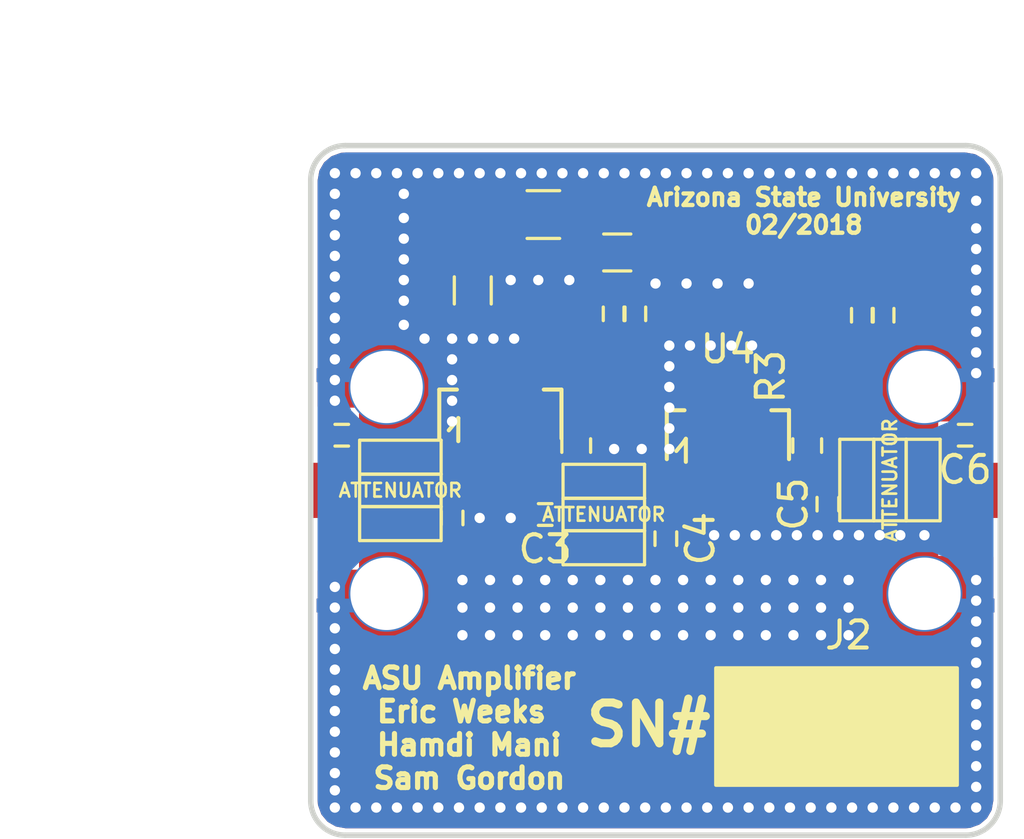
<source format=kicad_pcb>
(kicad_pcb (version 20171130) (host pcbnew "(5.0.0-rc2-dev-321-g78161b592)")
  (layers (0 Top signal) (31 Bottom signal) (36 B.SilkS user) (37 F.SilkS user) (38 B.Mask user) (39 F.Mask user) (44 Edge.Cuts user))
  (net 0 "")
  (net 1 "Net-(C1-Pad1)")
  (net 2 "Net-(C1-Pad2)")
  (net 3 "Net-(C2-Pad1)")
  (net 4 "Net-(C2-Pad2)")
  (net 5 "Net-(C3-Pad1)")
  (net 6 "Net-(C3-Pad2)")
  (net 7 GND)
  (net 8 "Net-(C5-Pad1)")
  (net 9 "Net-(C6-Pad1)")
  (net 10 "Net-(C4-Pad1)")
  (net 11 "Net-(C4-Pad2)")
  (net 12 "Net-(C6-Pad2)")
  (net 13 "Net-(J3-Pad1)")
  (net 14 "Net-(C5-Pad2)")
  (net 15 "Net-(C7-Pad2)")
  (module Kicad_HM_Footprints_Library:1Pin (layer Top) (at 132.461 58.801)
    (fp_text reference "" hide)
    (fp_text value 1Pin)
    (pad 1 smd rect (at 0 0) (size 2.54 2.54) (layers Top F.Mask) (net 13 "Net-(J3-Pad1)"))
  )
  (module Kicad_HM_Footprints_Library:1pin_MountingHole (layer Top) (at 129.794 72.39)
    (fp_text reference "" hide)
    (fp_text value P*** hide)
    (pad 1 thru_hole circle (at 0 0) (size 2.794 2.794) (drill 2.667) (layers Top) (net 7 GND))
  )
  (module Kicad_HM_Footprints_Library:1pin_MountingHole (layer Top) (at 129.794 64.77)
    (fp_text reference "" hide)
    (fp_text value P*** hide)
    (pad 1 thru_hole circle (at 0 0) (size 2.794 2.794) (drill 2.667) (layers Top) (net 7 GND))
  )
  (module Kicad_HM_Footprints_Library:1pin_MountingHole (layer Top) (at 149.606 64.77)
    (fp_text reference "" hide)
    (fp_text value P*** hide)
    (pad 1 thru_hole circle (at 0 0) (size 2.794 2.794) (drill 2.667) (layers Top) (net 7 GND))
  )
  (module Kicad_HM_Footprints_Library:1pin_MountingHole (layer Top) (at 149.606 72.39)
    (fp_text reference "" hide)
    (fp_text value P*** hide)
    (pad 1 thru_hole circle (at 0 0) (size 2.794 2.794) (drill 2.667) (layers Top) (net 7 GND))
  )
  (module EricWeeksFootprints:MountingHole (layer Top) (at 143.129 60.96 90)
    (fp_text reference "" hide)
    (fp_text value P*** hide)
    (pad 1 thru_hole circle (at 0 0 90) (size 0.508 0.508) (drill 0.381) (layers *.Cu *.Mask) (net 7 GND))
  )
  (module EricWeeksFootprints:MountingHole (layer Top) (at 141.986 60.96 90)
    (fp_text reference "" hide)
    (fp_text value P*** hide)
    (pad 1 thru_hole circle (at 0 0 90) (size 0.508 0.508) (drill 0.381) (layers *.Cu *.Mask) (net 7 GND))
  )
  (module EricWeeksFootprints:MountingHole (layer Top) (at 140.843 60.96 90)
    (fp_text reference "" hide)
    (fp_text value P*** hide)
    (pad 1 thru_hole circle (at 0 0 90) (size 0.508 0.508) (drill 0.381) (layers *.Cu *.Mask) (net 7 GND))
  )
  (module EricWeeksFootprints:MountingHole (layer Top) (at 139.7 60.96 90)
    (fp_text reference "" hide)
    (fp_text value P*** hide)
    (pad 1 thru_hole circle (at 0 0 90) (size 0.508 0.508) (drill 0.381) (layers *.Cu *.Mask) (net 7 GND))
  )
  (module EricWeeksFootprints:MountingHole (layer Top) (at 136.525 60.833 90)
    (fp_text reference "" hide)
    (fp_text value P*** hide)
    (pad 1 thru_hole circle (at 0 0 90) (size 0.508 0.508) (drill 0.381) (layers *.Cu *.Mask) (net 7 GND))
  )
  (module EricWeeksFootprints:MountingHole (layer Top) (at 135.382 60.833 90)
    (fp_text reference "" hide)
    (fp_text value P*** hide)
    (pad 1 thru_hole circle (at 0 0 90) (size 0.508 0.508) (drill 0.381) (layers *.Cu *.Mask) (net 7 GND))
  )
  (module EricWeeksFootprints:MountingHole (layer Top) (at 134.366 60.833 90)
    (fp_text reference "" hide)
    (fp_text value P*** hide)
    (pad 1 thru_hole circle (at 0 0 90) (size 0.508 0.508) (drill 0.381) (layers *.Cu *.Mask) (net 7 GND))
  )
  (module Kicad_HM_Footprints_Library:SMD_0603 (layer Top) (at 138.291 59.817 180)
    (fp_text reference REF** hide)
    (fp_text value R_0603)
    (pad 2 smd rect (at 0.75 0 180) (size 0.5 0.9) (layers Top F.Mask) (net 13 "Net-(J3-Pad1)"))
    (pad 1 smd rect (at -0.75 0 180) (size 0.5 0.9) (layers Top F.Mask) (net 15 "Net-(C7-Pad2)"))
  )
  (module EricWeeksFootprints:Inductor_BaseBandAmp (layer Top) (at 145.288 66.929 90)
    (fp_text reference R3 (at 2.54 -1.35 90) (layer F.SilkS))
    (fp_text value 1.45H)
    (pad 1 smd rect (at 0 0 90) (size 0.635 0.635) (layers Top F.Mask) (net 14 "Net-(C5-Pad2)"))
    (pad 2 smd rect (at 5.08 0 90) (size 0.635 0.635) (layers Top F.Mask) (net 15 "Net-(C7-Pad2)"))
  )
  (module EricWeeksFootprints:SMA_Edge_Amphenol (layer Top) (at 153.035 68.58 180)
    (fp_text reference J2 (at 6.223 -5.334 180) (layer F.SilkS))
    (fp_text value "" hide)
    (pad 1 smd rect (at 1.2827 0 180) (size 1.27 2.032) (layers Top F.Mask) (net 9 "Net-(C6-Pad1)"))
    (pad 2 smd rect (at 2.7559 4.2418 180) (size 3.81 0.508) (layers Top F.Mask) (net 7 GND))
    (pad 3 smd rect (at 2.7559 -4.2418 180) (size 3.81 0.508) (layers Top F.Mask) (net 7 GND))
    (pad 4 smd rect (at 2.7559 4.2418 180) (size 3.81 0.508) (layers Bottom F.Mask) (net 7 GND))
    (pad 5 smd rect (at 2.7559 -4.2418 180) (size 3.81 0.508) (layers Bottom F.Mask) (net 7 GND))
  )
  (module EricWeeksFootprints:MountingHole (layer Top) (at 138.176 67.056 90)
    (fp_text reference "" hide)
    (fp_text value P*** hide)
    (pad 1 thru_hole circle (at 0 0 90) (size 0.508 0.508) (drill 0.381) (layers *.Cu *.Mask) (net 7 GND))
  )
  (module EricWeeksFootprints:MountingHole (layer Top) (at 139.192 67.056 90)
    (fp_text reference "" hide)
    (fp_text value P*** hide)
    (pad 1 thru_hole circle (at 0 0 90) (size 0.508 0.508) (drill 0.381) (layers *.Cu *.Mask) (net 7 GND))
  )
  (module Capacitors_SMD:C_0201 (layer Top) (at 138.176 62.077 90)
    (fp_text reference C8 hide)
    (fp_text value 100pF)
    (pad 1 smd rect (at -0.28 0 90) (size 0.3 0.35) (layers Top F.Mask) (net 7 GND) (thermal_gap 0.127))
    (pad 2 smd rect (at 0.28 0 90) (size 0.3 0.35) (layers Top F.Mask) (net 15 "Net-(C7-Pad2)"))
  )
  (module Capacitors_SMD:C_0201 (layer Top) (at 138.938 62.077 90)
    (fp_text reference C8 hide)
    (fp_text value 100pF)
    (pad 2 smd rect (at 0.28 0 90) (size 0.3 0.35) (layers Top F.Mask) (net 15 "Net-(C7-Pad2)"))
    (pad 1 smd rect (at -0.28 0 90) (size 0.3 0.35) (layers Top F.Mask) (net 7 GND) (thermal_gap 0.127))
  )
  (module EricWeeksFootprints:Inductor_BaseBandAmp (layer Top) (at 136.779 66.929 90)
    (fp_text reference R3 hide)
    (fp_text value 1.45H)
    (pad 2 smd rect (at 5.08 0 90) (size 0.635 0.635) (layers Top F.Mask) (net 15 "Net-(C7-Pad2)"))
    (pad 1 smd rect (at 0 0 90) (size 0.635 0.635) (layers Top F.Mask) (net 6 "Net-(C3-Pad2)"))
  )
  (module EricWeeksFootprints:MountingHole (layer Top) (at 131.191 62.992 90)
    (fp_text reference "" hide)
    (fp_text value P*** hide)
    (pad 1 thru_hole circle (at 0 0 90) (size 0.508 0.508) (drill 0.381) (layers *.Cu *.Mask) (net 7 GND))
  )
  (module EricWeeksFootprints:MountingHole (layer Top) (at 127.889 79.629 90)
    (fp_text reference "" hide)
    (fp_text value P*** hide)
    (pad 1 thru_hole circle (at 0 0 90) (size 0.508 0.508) (drill 0.381) (layers *.Cu *.Mask) (net 7 GND))
  )
  (module EricWeeksFootprints:MountingHole (layer Top) (at 134.493 62.992 90)
    (fp_text reference "" hide)
    (fp_text value P*** hide)
    (pad 1 thru_hole circle (at 0 0 90) (size 0.508 0.508) (drill 0.381) (layers *.Cu *.Mask) (net 7 GND))
  )
  (module EricWeeksFootprints:MountingHole (layer Top) (at 133.731 62.992 90)
    (fp_text reference "" hide)
    (fp_text value P*** hide)
    (pad 1 thru_hole circle (at 0 0 90) (size 0.508 0.508) (drill 0.381) (layers *.Cu *.Mask) (net 7 GND))
  )
  (module EricWeeksFootprints:MountingHole (layer Top) (at 132.969 62.992 90)
    (fp_text reference "" hide)
    (fp_text value P*** hide)
    (pad 1 thru_hole circle (at 0 0 90) (size 0.508 0.508) (drill 0.381) (layers *.Cu *.Mask) (net 7 GND))
  )
  (module EricWeeksFootprints:MountingHole (layer Top) (at 146.812 73.914 90)
    (fp_text reference "" hide)
    (fp_text value P*** hide)
    (pad 1 thru_hole circle (at 0 0 90) (size 0.508 0.508) (drill 0.381) (layers *.Cu *.Mask) (net 7 GND))
  )
  (module EricWeeksFootprints:MountingHole (layer Top) (at 145.796 73.914 90)
    (fp_text reference "" hide)
    (fp_text value P*** hide)
    (pad 1 thru_hole circle (at 0 0 90) (size 0.508 0.508) (drill 0.381) (layers *.Cu *.Mask) (net 7 GND))
  )
  (module EricWeeksFootprints:MountingHole (layer Top) (at 144.78 73.914 90)
    (fp_text reference "" hide)
    (fp_text value P*** hide)
    (pad 1 thru_hole circle (at 0 0 90) (size 0.508 0.508) (drill 0.381) (layers *.Cu *.Mask) (net 7 GND))
  )
  (module EricWeeksFootprints:MountingHole (layer Top) (at 143.764 73.914 90)
    (fp_text reference "" hide)
    (fp_text value P*** hide)
    (pad 1 thru_hole circle (at 0 0 90) (size 0.508 0.508) (drill 0.381) (layers *.Cu *.Mask) (net 7 GND))
  )
  (module EricWeeksFootprints:MountingHole (layer Top) (at 142.748 73.914 90)
    (fp_text reference "" hide)
    (fp_text value P*** hide)
    (pad 1 thru_hole circle (at 0 0 90) (size 0.508 0.508) (drill 0.381) (layers *.Cu *.Mask) (net 7 GND))
  )
  (module EricWeeksFootprints:MountingHole (layer Top) (at 141.732 73.914 90)
    (fp_text reference "" hide)
    (fp_text value P*** hide)
    (pad 1 thru_hole circle (at 0 0 90) (size 0.508 0.508) (drill 0.381) (layers *.Cu *.Mask) (net 7 GND))
  )
  (module EricWeeksFootprints:MountingHole (layer Top) (at 140.716 73.914 90)
    (fp_text reference "" hide)
    (fp_text value P*** hide)
    (pad 1 thru_hole circle (at 0 0 90) (size 0.508 0.508) (drill 0.381) (layers *.Cu *.Mask) (net 7 GND))
  )
  (module EricWeeksFootprints:MountingHole (layer Top) (at 139.7 73.914 90)
    (fp_text reference "" hide)
    (fp_text value P*** hide)
    (pad 1 thru_hole circle (at 0 0 90) (size 0.508 0.508) (drill 0.381) (layers *.Cu *.Mask) (net 7 GND))
  )
  (module EricWeeksFootprints:MountingHole (layer Top) (at 138.684 73.914 90)
    (fp_text reference "" hide)
    (fp_text value P*** hide)
    (pad 1 thru_hole circle (at 0 0 90) (size 0.508 0.508) (drill 0.381) (layers *.Cu *.Mask) (net 7 GND))
  )
  (module EricWeeksFootprints:MountingHole (layer Top) (at 137.668 73.914 90)
    (fp_text reference "" hide)
    (fp_text value P*** hide)
    (pad 1 thru_hole circle (at 0 0 90) (size 0.508 0.508) (drill 0.381) (layers *.Cu *.Mask) (net 7 GND))
  )
  (module EricWeeksFootprints:MountingHole (layer Top) (at 136.652 73.914 90)
    (fp_text reference "" hide)
    (fp_text value P*** hide)
    (pad 1 thru_hole circle (at 0 0 90) (size 0.508 0.508) (drill 0.381) (layers *.Cu *.Mask) (net 7 GND))
  )
  (module EricWeeksFootprints:MountingHole (layer Top) (at 135.636 73.914 90)
    (fp_text reference "" hide)
    (fp_text value P*** hide)
    (pad 1 thru_hole circle (at 0 0 90) (size 0.508 0.508) (drill 0.381) (layers *.Cu *.Mask) (net 7 GND))
  )
  (module EricWeeksFootprints:MountingHole (layer Top) (at 134.62 73.914 90)
    (fp_text reference "" hide)
    (fp_text value P*** hide)
    (pad 1 thru_hole circle (at 0 0 90) (size 0.508 0.508) (drill 0.381) (layers *.Cu *.Mask) (net 7 GND))
  )
  (module EricWeeksFootprints:MountingHole (layer Top) (at 133.604 73.914 90)
    (fp_text reference "" hide)
    (fp_text value P*** hide)
    (pad 1 thru_hole circle (at 0 0 90) (size 0.508 0.508) (drill 0.381) (layers *.Cu *.Mask) (net 7 GND))
  )
  (module EricWeeksFootprints:MountingHole (layer Top) (at 132.588 73.914 90)
    (fp_text reference "" hide)
    (fp_text value P*** hide)
    (pad 1 thru_hole circle (at 0 0 90) (size 0.508 0.508) (drill 0.381) (layers *.Cu *.Mask) (net 7 GND))
  )
  (module EricWeeksFootprints:MountingHole (layer Top) (at 146.812 72.898 90)
    (fp_text reference "" hide)
    (fp_text value P*** hide)
    (pad 1 thru_hole circle (at 0 0 90) (size 0.508 0.508) (drill 0.381) (layers *.Cu *.Mask) (net 7 GND))
  )
  (module EricWeeksFootprints:MountingHole (layer Top) (at 145.796 72.898 90)
    (fp_text reference "" hide)
    (fp_text value P*** hide)
    (pad 1 thru_hole circle (at 0 0 90) (size 0.508 0.508) (drill 0.381) (layers *.Cu *.Mask) (net 7 GND))
  )
  (module EricWeeksFootprints:MountingHole (layer Top) (at 144.78 72.898 90)
    (fp_text reference "" hide)
    (fp_text value P*** hide)
    (pad 1 thru_hole circle (at 0 0 90) (size 0.508 0.508) (drill 0.381) (layers *.Cu *.Mask) (net 7 GND))
  )
  (module EricWeeksFootprints:MountingHole (layer Top) (at 143.764 72.898 90)
    (fp_text reference "" hide)
    (fp_text value P*** hide)
    (pad 1 thru_hole circle (at 0 0 90) (size 0.508 0.508) (drill 0.381) (layers *.Cu *.Mask) (net 7 GND))
  )
  (module EricWeeksFootprints:MountingHole (layer Top) (at 142.748 72.898 90)
    (fp_text reference "" hide)
    (fp_text value P*** hide)
    (pad 1 thru_hole circle (at 0 0 90) (size 0.508 0.508) (drill 0.381) (layers *.Cu *.Mask) (net 7 GND))
  )
  (module EricWeeksFootprints:MountingHole (layer Top) (at 141.732 72.898 90)
    (fp_text reference "" hide)
    (fp_text value P*** hide)
    (pad 1 thru_hole circle (at 0 0 90) (size 0.508 0.508) (drill 0.381) (layers *.Cu *.Mask) (net 7 GND))
  )
  (module EricWeeksFootprints:MountingHole (layer Top) (at 140.716 72.898 90)
    (fp_text reference "" hide)
    (fp_text value P*** hide)
    (pad 1 thru_hole circle (at 0 0 90) (size 0.508 0.508) (drill 0.381) (layers *.Cu *.Mask) (net 7 GND))
  )
  (module EricWeeksFootprints:MountingHole (layer Top) (at 139.7 72.898 90)
    (fp_text reference "" hide)
    (fp_text value P*** hide)
    (pad 1 thru_hole circle (at 0 0 90) (size 0.508 0.508) (drill 0.381) (layers *.Cu *.Mask) (net 7 GND))
  )
  (module EricWeeksFootprints:MountingHole (layer Top) (at 138.684 72.898 90)
    (fp_text reference "" hide)
    (fp_text value P*** hide)
    (pad 1 thru_hole circle (at 0 0 90) (size 0.508 0.508) (drill 0.381) (layers *.Cu *.Mask) (net 7 GND))
  )
  (module EricWeeksFootprints:MountingHole (layer Top) (at 137.668 72.898 90)
    (fp_text reference "" hide)
    (fp_text value P*** hide)
    (pad 1 thru_hole circle (at 0 0 90) (size 0.508 0.508) (drill 0.381) (layers *.Cu *.Mask) (net 7 GND))
  )
  (module EricWeeksFootprints:MountingHole (layer Top) (at 136.652 72.898 90)
    (fp_text reference "" hide)
    (fp_text value P*** hide)
    (pad 1 thru_hole circle (at 0 0 90) (size 0.508 0.508) (drill 0.381) (layers *.Cu *.Mask) (net 7 GND))
  )
  (module EricWeeksFootprints:MountingHole (layer Top) (at 135.636 72.898 90)
    (fp_text reference "" hide)
    (fp_text value P*** hide)
    (pad 1 thru_hole circle (at 0 0 90) (size 0.508 0.508) (drill 0.381) (layers *.Cu *.Mask) (net 7 GND))
  )
  (module EricWeeksFootprints:MountingHole (layer Top) (at 134.62 72.898 90)
    (fp_text reference "" hide)
    (fp_text value P*** hide)
    (pad 1 thru_hole circle (at 0 0 90) (size 0.508 0.508) (drill 0.381) (layers *.Cu *.Mask) (net 7 GND))
  )
  (module EricWeeksFootprints:MountingHole (layer Top) (at 133.604 72.898 90)
    (fp_text reference "" hide)
    (fp_text value P*** hide)
    (pad 1 thru_hole circle (at 0 0 90) (size 0.508 0.508) (drill 0.381) (layers *.Cu *.Mask) (net 7 GND))
  )
  (module EricWeeksFootprints:MountingHole (layer Top) (at 132.588 72.898 90)
    (fp_text reference "" hide)
    (fp_text value P*** hide)
    (pad 1 thru_hole circle (at 0 0 90) (size 0.508 0.508) (drill 0.381) (layers *.Cu *.Mask) (net 7 GND))
  )
  (module EricWeeksFootprints:MountingHole (layer Top) (at 146.812 71.882 90)
    (fp_text reference "" hide)
    (fp_text value P*** hide)
    (pad 1 thru_hole circle (at 0 0 90) (size 0.508 0.508) (drill 0.381) (layers *.Cu *.Mask) (net 7 GND))
  )
  (module EricWeeksFootprints:MountingHole (layer Top) (at 145.796 71.882 90)
    (fp_text reference "" hide)
    (fp_text value P*** hide)
    (pad 1 thru_hole circle (at 0 0 90) (size 0.508 0.508) (drill 0.381) (layers *.Cu *.Mask) (net 7 GND))
  )
  (module EricWeeksFootprints:MountingHole (layer Top) (at 144.78 71.882 90)
    (fp_text reference "" hide)
    (fp_text value P*** hide)
    (pad 1 thru_hole circle (at 0 0 90) (size 0.508 0.508) (drill 0.381) (layers *.Cu *.Mask) (net 7 GND))
  )
  (module EricWeeksFootprints:MountingHole (layer Top) (at 143.764 71.882 90)
    (fp_text reference "" hide)
    (fp_text value P*** hide)
    (pad 1 thru_hole circle (at 0 0 90) (size 0.508 0.508) (drill 0.381) (layers *.Cu *.Mask) (net 7 GND))
  )
  (module EricWeeksFootprints:MountingHole (layer Top) (at 142.748 71.882 90)
    (fp_text reference "" hide)
    (fp_text value P*** hide)
    (pad 1 thru_hole circle (at 0 0 90) (size 0.508 0.508) (drill 0.381) (layers *.Cu *.Mask) (net 7 GND))
  )
  (module EricWeeksFootprints:MountingHole (layer Top) (at 141.732 71.882 90)
    (fp_text reference "" hide)
    (fp_text value P*** hide)
    (pad 1 thru_hole circle (at 0 0 90) (size 0.508 0.508) (drill 0.381) (layers *.Cu *.Mask) (net 7 GND))
  )
  (module EricWeeksFootprints:MountingHole (layer Top) (at 140.716 71.882 90)
    (fp_text reference "" hide)
    (fp_text value P*** hide)
    (pad 1 thru_hole circle (at 0 0 90) (size 0.508 0.508) (drill 0.381) (layers *.Cu *.Mask) (net 7 GND))
  )
  (module EricWeeksFootprints:MountingHole (layer Top) (at 139.7 71.882 90)
    (fp_text reference "" hide)
    (fp_text value P*** hide)
    (pad 1 thru_hole circle (at 0 0 90) (size 0.508 0.508) (drill 0.381) (layers *.Cu *.Mask) (net 7 GND))
  )
  (module EricWeeksFootprints:MountingHole (layer Top) (at 138.684 71.882 90)
    (fp_text reference "" hide)
    (fp_text value P*** hide)
    (pad 1 thru_hole circle (at 0 0 90) (size 0.508 0.508) (drill 0.381) (layers *.Cu *.Mask) (net 7 GND))
  )
  (module EricWeeksFootprints:MountingHole (layer Top) (at 137.668 71.882 90)
    (fp_text reference "" hide)
    (fp_text value P*** hide)
    (pad 1 thru_hole circle (at 0 0 90) (size 0.508 0.508) (drill 0.381) (layers *.Cu *.Mask) (net 7 GND))
  )
  (module EricWeeksFootprints:MountingHole (layer Top) (at 136.652 71.882 90)
    (fp_text reference "" hide)
    (fp_text value P*** hide)
    (pad 1 thru_hole circle (at 0 0 90) (size 0.508 0.508) (drill 0.381) (layers *.Cu *.Mask) (net 7 GND))
  )
  (module EricWeeksFootprints:MountingHole (layer Top) (at 135.636 71.882 90)
    (fp_text reference "" hide)
    (fp_text value P*** hide)
    (pad 1 thru_hole circle (at 0 0 90) (size 0.508 0.508) (drill 0.381) (layers *.Cu *.Mask) (net 7 GND))
  )
  (module EricWeeksFootprints:MountingHole (layer Top) (at 134.62 71.882 90)
    (fp_text reference "" hide)
    (fp_text value P*** hide)
    (pad 1 thru_hole circle (at 0 0 90) (size 0.508 0.508) (drill 0.381) (layers *.Cu *.Mask) (net 7 GND))
  )
  (module EricWeeksFootprints:MountingHole (layer Top) (at 133.604 71.882 90)
    (fp_text reference "" hide)
    (fp_text value P*** hide)
    (pad 1 thru_hole circle (at 0 0 90) (size 0.508 0.508) (drill 0.381) (layers *.Cu *.Mask) (net 7 GND))
  )
  (module EricWeeksFootprints:MountingHole (layer Top) (at 132.588 71.882 90)
    (fp_text reference "" hide)
    (fp_text value P*** hide)
    (pad 1 thru_hole circle (at 0 0 90) (size 0.508 0.508) (drill 0.381) (layers *.Cu *.Mask) (net 7 GND))
  )
  (module EricWeeksFootprints:MountingHole (layer Top) (at 140.208 67.056 90)
    (fp_text reference "" hide)
    (fp_text value P*** hide)
    (pad 1 thru_hole circle (at 0 0 90) (size 0.508 0.508) (drill 0.381) (layers *.Cu *.Mask) (net 7 GND))
  )
  (module EricWeeksFootprints:MountingHole (layer Top) (at 140.208 66.294 90)
    (fp_text reference "" hide)
    (fp_text value P*** hide)
    (pad 1 thru_hole circle (at 0 0 90) (size 0.508 0.508) (drill 0.381) (layers *.Cu *.Mask) (net 7 GND))
  )
  (module EricWeeksFootprints:MountingHole (layer Top) (at 140.208 65.532 90)
    (fp_text reference "" hide)
    (fp_text value P*** hide)
    (pad 1 thru_hole circle (at 0 0 90) (size 0.508 0.508) (drill 0.381) (layers *.Cu *.Mask) (net 7 GND))
  )
  (module EricWeeksFootprints:MountingHole (layer Top) (at 140.208 64.77 90)
    (fp_text reference "" hide)
    (fp_text value P*** hide)
    (pad 1 thru_hole circle (at 0 0 90) (size 0.508 0.508) (drill 0.381) (layers *.Cu *.Mask) (net 7 GND))
  )
  (module EricWeeksFootprints:MountingHole (layer Top) (at 140.208 64.008 90)
    (fp_text reference "" hide)
    (fp_text value P*** hide)
    (pad 1 thru_hole circle (at 0 0 90) (size 0.508 0.508) (drill 0.381) (layers *.Cu *.Mask) (net 7 GND))
  )
  (module EricWeeksFootprints:MountingHole (layer Top) (at 149.606 70.231 90)
    (fp_text reference "" hide)
    (fp_text value P*** hide)
    (pad 1 thru_hole circle (at 0 0 90) (size 0.508 0.508) (drill 0.381) (layers *.Cu *.Mask) (net 7 GND))
  )
  (module EricWeeksFootprints:MountingHole (layer Top) (at 148.717 70.231 90)
    (fp_text reference "" hide)
    (fp_text value P*** hide)
    (pad 1 thru_hole circle (at 0 0 90) (size 0.508 0.508) (drill 0.381) (layers *.Cu *.Mask) (net 7 GND))
  )
  (module EricWeeksFootprints:MountingHole (layer Top) (at 147.955 70.231 90)
    (fp_text reference "" hide)
    (fp_text value P*** hide)
    (pad 1 thru_hole circle (at 0 0 90) (size 0.508 0.508) (drill 0.381) (layers *.Cu *.Mask) (net 7 GND))
  )
  (module EricWeeksFootprints:MountingHole (layer Top) (at 147.193 70.231 90)
    (fp_text reference "" hide)
    (fp_text value P*** hide)
    (pad 1 thru_hole circle (at 0 0 90) (size 0.508 0.508) (drill 0.381) (layers *.Cu *.Mask) (net 7 GND))
  )
  (module EricWeeksFootprints:MountingHole (layer Top) (at 146.431 70.231 90)
    (fp_text reference "" hide)
    (fp_text value P*** hide)
    (pad 1 thru_hole circle (at 0 0 90) (size 0.508 0.508) (drill 0.381) (layers *.Cu *.Mask) (net 7 GND))
  )
  (module EricWeeksFootprints:MountingHole (layer Top) (at 145.669 70.231 90)
    (fp_text reference "" hide)
    (fp_text value P*** hide)
    (pad 1 thru_hole circle (at 0 0 90) (size 0.508 0.508) (drill 0.381) (layers *.Cu *.Mask) (net 7 GND))
  )
  (module EricWeeksFootprints:MountingHole (layer Top) (at 144.907 70.231 90)
    (fp_text reference "" hide)
    (fp_text value P*** hide)
    (pad 1 thru_hole circle (at 0 0 90) (size 0.508 0.508) (drill 0.381) (layers *.Cu *.Mask) (net 7 GND))
  )
  (module EricWeeksFootprints:MountingHole (layer Top) (at 144.145 70.231 90)
    (fp_text reference "" hide)
    (fp_text value P*** hide)
    (pad 1 thru_hole circle (at 0 0 90) (size 0.508 0.508) (drill 0.381) (layers *.Cu *.Mask) (net 7 GND))
  )
  (module EricWeeksFootprints:MountingHole (layer Top) (at 143.383 70.231 90)
    (fp_text reference "" hide)
    (fp_text value P*** hide)
    (pad 1 thru_hole circle (at 0 0 90) (size 0.508 0.508) (drill 0.381) (layers *.Cu *.Mask) (net 7 GND))
  )
  (module EricWeeksFootprints:MountingHole (layer Top) (at 142.621 70.231 90)
    (fp_text reference "" hide)
    (fp_text value P*** hide)
    (pad 1 thru_hole circle (at 0 0 90) (size 0.508 0.508) (drill 0.381) (layers *.Cu *.Mask) (net 7 GND))
  )
  (module EricWeeksFootprints:MountingHole (layer Top) (at 141.859 70.231 90)
    (fp_text reference "" hide)
    (fp_text value P*** hide)
    (pad 1 thru_hole circle (at 0 0 90) (size 0.508 0.508) (drill 0.381) (layers *.Cu *.Mask) (net 7 GND))
  )
  (module EricWeeksFootprints:MountingHole (layer Top) (at 134.366 69.596 90)
    (fp_text reference "" hide)
    (fp_text value P*** hide)
    (pad 1 thru_hole circle (at 0 0 90) (size 0.508 0.508) (drill 0.381) (layers *.Cu *.Mask) (net 7 GND))
  )
  (module EricWeeksFootprints:MountingHole (layer Top) (at 133.223 69.596 90)
    (fp_text reference "" hide)
    (fp_text value P*** hide)
    (pad 1 thru_hole circle (at 0 0 90) (size 0.508 0.508) (drill 0.381) (layers *.Cu *.Mask) (net 7 GND))
  )
  (module EricWeeksFootprints:MountingHole (layer Top) (at 130.429 57.658 90)
    (fp_text reference "" hide)
    (fp_text value P*** hide)
    (pad 1 thru_hole circle (at 0 0 90) (size 0.508 0.508) (drill 0.381) (layers *.Cu *.Mask) (net 7 GND))
  )
  (module EricWeeksFootprints:MountingHole (layer Top) (at 130.429 58.547 90)
    (fp_text reference "" hide)
    (fp_text value P*** hide)
    (pad 1 thru_hole circle (at 0 0 90) (size 0.508 0.508) (drill 0.381) (layers *.Cu *.Mask) (net 7 GND))
  )
  (module EricWeeksFootprints:MountingHole (layer Top) (at 130.429 59.309 90)
    (fp_text reference "" hide)
    (fp_text value P*** hide)
    (pad 1 thru_hole circle (at 0 0 90) (size 0.508 0.508) (drill 0.381) (layers *.Cu *.Mask) (net 7 GND))
  )
  (module EricWeeksFootprints:MountingHole (layer Top) (at 130.429 60.071 90)
    (fp_text reference "" hide)
    (fp_text value P*** hide)
    (pad 1 thru_hole circle (at 0 0 90) (size 0.508 0.508) (drill 0.381) (layers *.Cu *.Mask) (net 7 GND))
  )
  (module EricWeeksFootprints:MountingHole (layer Top) (at 130.429 60.833 90)
    (fp_text reference "" hide)
    (fp_text value P*** hide)
    (pad 1 thru_hole circle (at 0 0 90) (size 0.508 0.508) (drill 0.381) (layers *.Cu *.Mask) (net 7 GND))
  )
  (module EricWeeksFootprints:MountingHole (layer Top) (at 130.429 61.595 90)
    (fp_text reference "" hide)
    (fp_text value P*** hide)
    (pad 1 thru_hole circle (at 0 0 90) (size 0.508 0.508) (drill 0.381) (layers *.Cu *.Mask) (net 7 GND))
  )
  (module EricWeeksFootprints:MountingHole (layer Top) (at 130.429 62.484 90)
    (fp_text reference "" hide)
    (fp_text value P*** hide)
    (pad 1 thru_hole circle (at 0 0 90) (size 0.508 0.508) (drill 0.381) (layers *.Cu *.Mask) (net 7 GND))
  )
  (module EricWeeksFootprints:MountingHole (layer Top) (at 132.207 62.992 90)
    (fp_text reference "" hide)
    (fp_text value P*** hide)
    (pad 1 thru_hole circle (at 0 0 90) (size 0.508 0.508) (drill 0.381) (layers *.Cu *.Mask) (net 7 GND))
  )
  (module EricWeeksFootprints:MountingHole (layer Top) (at 132.207 63.754 90)
    (fp_text reference "" hide)
    (fp_text value P*** hide)
    (pad 1 thru_hole circle (at 0 0 90) (size 0.508 0.508) (drill 0.381) (layers *.Cu *.Mask) (net 7 GND))
  )
  (module EricWeeksFootprints:MountingHole (layer Top) (at 132.207 64.516 90)
    (fp_text reference "" hide)
    (fp_text value P*** hide)
    (pad 1 thru_hole circle (at 0 0 90) (size 0.508 0.508) (drill 0.381) (layers *.Cu *.Mask) (net 7 GND))
  )
  (module EricWeeksFootprints:MountingHole (layer Top) (at 132.207 65.278 90)
    (fp_text reference "" hide)
    (fp_text value P*** hide)
    (pad 1 thru_hole circle (at 0 0 90) (size 0.508 0.508) (drill 0.381) (layers *.Cu *.Mask) (net 7 GND))
  )
  (module EricWeeksFootprints:MountingHole (layer Top) (at 132.207 66.04 90)
    (fp_text reference "" hide)
    (fp_text value P*** hide)
    (pad 1 thru_hole circle (at 0 0 90) (size 0.508 0.508) (drill 0.381) (layers *.Cu *.Mask) (net 7 GND))
  )
  (module EricWeeksFootprints:MountingHole (layer Top) (at 151.511 57.912 90)
    (fp_text reference "" hide)
    (fp_text value P*** hide)
    (pad 1 thru_hole circle (at 0 0 90) (size 0.508 0.508) (drill 0.381) (layers *.Cu *.Mask) (net 7 GND))
  )
  (module EricWeeksFootprints:MountingHole (layer Top) (at 151.511 58.928 90)
    (fp_text reference "" hide)
    (fp_text value P*** hide)
    (pad 1 thru_hole circle (at 0 0 90) (size 0.508 0.508) (drill 0.381) (layers *.Cu *.Mask) (net 7 GND))
  )
  (module EricWeeksFootprints:MountingHole (layer Top) (at 151.511 59.69 90)
    (fp_text reference "" hide)
    (fp_text value P*** hide)
    (pad 1 thru_hole circle (at 0 0 90) (size 0.508 0.508) (drill 0.381) (layers *.Cu *.Mask) (net 7 GND))
  )
  (module EricWeeksFootprints:MountingHole (layer Top) (at 151.511 60.452 90)
    (fp_text reference "" hide)
    (fp_text value P*** hide)
    (pad 1 thru_hole circle (at 0 0 90) (size 0.508 0.508) (drill 0.381) (layers *.Cu *.Mask) (net 7 GND))
  )
  (module EricWeeksFootprints:MountingHole (layer Top) (at 151.511 61.214 90)
    (fp_text reference "" hide)
    (fp_text value P*** hide)
    (pad 1 thru_hole circle (at 0 0 90) (size 0.508 0.508) (drill 0.381) (layers *.Cu *.Mask) (net 7 GND))
  )
  (module EricWeeksFootprints:MountingHole (layer Top) (at 151.511 61.976 90)
    (fp_text reference "" hide)
    (fp_text value P*** hide)
    (pad 1 thru_hole circle (at 0 0 90) (size 0.508 0.508) (drill 0.381) (layers *.Cu *.Mask) (net 7 GND))
  )
  (module EricWeeksFootprints:MountingHole (layer Top) (at 151.511 62.738 90)
    (fp_text reference "" hide)
    (fp_text value P*** hide)
    (pad 1 thru_hole circle (at 0 0 90) (size 0.508 0.508) (drill 0.381) (layers *.Cu *.Mask) (net 7 GND))
  )
  (module EricWeeksFootprints:MountingHole (layer Top) (at 151.511 63.5 90)
    (fp_text reference "" hide)
    (fp_text value P*** hide)
    (pad 1 thru_hole circle (at 0 0 90) (size 0.508 0.508) (drill 0.381) (layers *.Cu *.Mask) (net 7 GND))
  )
  (module EricWeeksFootprints:MountingHole (layer Top) (at 151.511 64.262 90)
    (fp_text reference "" hide)
    (fp_text value P*** hide)
    (pad 1 thru_hole circle (at 0 0 90) (size 0.508 0.508) (drill 0.381) (layers *.Cu *.Mask) (net 7 GND))
  )
  (module EricWeeksFootprints:MountingHole (layer Top) (at 151.511 71.882 90)
    (fp_text reference "" hide)
    (fp_text value P*** hide)
    (pad 1 thru_hole circle (at 0 0 90) (size 0.508 0.508) (drill 0.381) (layers *.Cu *.Mask) (net 7 GND))
  )
  (module EricWeeksFootprints:MountingHole (layer Top) (at 151.511 72.644 90)
    (fp_text reference "" hide)
    (fp_text value P*** hide)
    (pad 1 thru_hole circle (at 0 0 90) (size 0.508 0.508) (drill 0.381) (layers *.Cu *.Mask) (net 7 GND))
  )
  (module EricWeeksFootprints:MountingHole (layer Top) (at 151.511 73.406 90)
    (fp_text reference "" hide)
    (fp_text value P*** hide)
    (pad 1 thru_hole circle (at 0 0 90) (size 0.508 0.508) (drill 0.381) (layers *.Cu *.Mask) (net 7 GND))
  )
  (module EricWeeksFootprints:MountingHole (layer Top) (at 151.511 74.168 90)
    (fp_text reference "" hide)
    (fp_text value P*** hide)
    (pad 1 thru_hole circle (at 0 0 90) (size 0.508 0.508) (drill 0.381) (layers *.Cu *.Mask) (net 7 GND))
  )
  (module EricWeeksFootprints:MountingHole (layer Top) (at 151.511 74.93 90)
    (fp_text reference "" hide)
    (fp_text value P*** hide)
    (pad 1 thru_hole circle (at 0 0 90) (size 0.508 0.508) (drill 0.381) (layers *.Cu *.Mask) (net 7 GND))
  )
  (module EricWeeksFootprints:MountingHole (layer Top) (at 151.511 75.692 90)
    (fp_text reference "" hide)
    (fp_text value P*** hide)
    (pad 1 thru_hole circle (at 0 0 90) (size 0.508 0.508) (drill 0.381) (layers *.Cu *.Mask) (net 7 GND))
  )
  (module EricWeeksFootprints:MountingHole (layer Top) (at 151.511 76.454 90)
    (fp_text reference "" hide)
    (fp_text value P*** hide)
    (pad 1 thru_hole circle (at 0 0 90) (size 0.508 0.508) (drill 0.381) (layers *.Cu *.Mask) (net 7 GND))
  )
  (module EricWeeksFootprints:MountingHole (layer Top) (at 151.511 77.216 90)
    (fp_text reference "" hide)
    (fp_text value P*** hide)
    (pad 1 thru_hole circle (at 0 0 90) (size 0.508 0.508) (drill 0.381) (layers *.Cu *.Mask) (net 7 GND))
  )
  (module EricWeeksFootprints:MountingHole (layer Top) (at 151.511 77.978 90)
    (fp_text reference "" hide)
    (fp_text value P*** hide)
    (pad 1 thru_hole circle (at 0 0 90) (size 0.508 0.508) (drill 0.381) (layers *.Cu *.Mask) (net 7 GND))
  )
  (module EricWeeksFootprints:MountingHole (layer Top) (at 151.511 78.74 90)
    (fp_text reference "" hide)
    (fp_text value P*** hide)
    (pad 1 thru_hole circle (at 0 0 90) (size 0.508 0.508) (drill 0.381) (layers *.Cu *.Mask) (net 7 GND))
  )
  (module EricWeeksFootprints:MountingHole (layer Top) (at 151.511 79.502 90)
    (fp_text reference "" hide)
    (fp_text value P*** hide)
    (pad 1 thru_hole circle (at 0 0 90) (size 0.508 0.508) (drill 0.381) (layers *.Cu *.Mask) (net 7 GND))
  )
  (module EricWeeksFootprints:MountingHole (layer Top) (at 151.511 80.264 90)
    (fp_text reference "" hide)
    (fp_text value P*** hide)
    (pad 1 thru_hole circle (at 0 0 90) (size 0.508 0.508) (drill 0.381) (layers *.Cu *.Mask) (net 7 GND))
  )
  (module EricWeeksFootprints:MountingHole (layer Top) (at 150.749 80.264 90)
    (fp_text reference "" hide)
    (fp_text value P*** hide)
    (pad 1 thru_hole circle (at 0 0 90) (size 0.508 0.508) (drill 0.381) (layers *.Cu *.Mask) (net 7 GND))
  )
  (module EricWeeksFootprints:MountingHole (layer Top) (at 149.987 80.264 90)
    (fp_text reference "" hide)
    (fp_text value P*** hide)
    (pad 1 thru_hole circle (at 0 0 90) (size 0.508 0.508) (drill 0.381) (layers *.Cu *.Mask) (net 7 GND))
  )
  (module EricWeeksFootprints:MountingHole (layer Top) (at 149.225 80.264 90)
    (fp_text reference "" hide)
    (fp_text value P*** hide)
    (pad 1 thru_hole circle (at 0 0 90) (size 0.508 0.508) (drill 0.381) (layers *.Cu *.Mask) (net 7 GND))
  )
  (module EricWeeksFootprints:MountingHole (layer Top) (at 148.463 80.264 90)
    (fp_text reference "" hide)
    (fp_text value P*** hide)
    (pad 1 thru_hole circle (at 0 0 90) (size 0.508 0.508) (drill 0.381) (layers *.Cu *.Mask) (net 7 GND))
  )
  (module EricWeeksFootprints:MountingHole (layer Top) (at 147.701 80.264 90)
    (fp_text reference "" hide)
    (fp_text value P*** hide)
    (pad 1 thru_hole circle (at 0 0 90) (size 0.508 0.508) (drill 0.381) (layers *.Cu *.Mask) (net 7 GND))
  )
  (module EricWeeksFootprints:MountingHole (layer Top) (at 146.939 80.264 90)
    (fp_text reference "" hide)
    (fp_text value P*** hide)
    (pad 1 thru_hole circle (at 0 0 90) (size 0.508 0.508) (drill 0.381) (layers *.Cu *.Mask) (net 7 GND))
  )
  (module EricWeeksFootprints:MountingHole (layer Top) (at 146.177 80.264 90)
    (fp_text reference "" hide)
    (fp_text value P*** hide)
    (pad 1 thru_hole circle (at 0 0 90) (size 0.508 0.508) (drill 0.381) (layers *.Cu *.Mask) (net 7 GND))
  )
  (module EricWeeksFootprints:MountingHole (layer Top) (at 145.415 80.264 90)
    (fp_text reference "" hide)
    (fp_text value P*** hide)
    (pad 1 thru_hole circle (at 0 0 90) (size 0.508 0.508) (drill 0.381) (layers *.Cu *.Mask) (net 7 GND))
  )
  (module EricWeeksFootprints:MountingHole (layer Top) (at 144.653 80.264 90)
    (fp_text reference "" hide)
    (fp_text value P*** hide)
    (pad 1 thru_hole circle (at 0 0 90) (size 0.508 0.508) (drill 0.381) (layers *.Cu *.Mask) (net 7 GND))
  )
  (module EricWeeksFootprints:MountingHole (layer Top) (at 143.891 80.264 90)
    (fp_text reference "" hide)
    (fp_text value P*** hide)
    (pad 1 thru_hole circle (at 0 0 90) (size 0.508 0.508) (drill 0.381) (layers *.Cu *.Mask) (net 7 GND))
  )
  (module EricWeeksFootprints:MountingHole (layer Top) (at 143.129 80.264 90)
    (fp_text reference "" hide)
    (fp_text value P*** hide)
    (pad 1 thru_hole circle (at 0 0 90) (size 0.508 0.508) (drill 0.381) (layers *.Cu *.Mask) (net 7 GND))
  )
  (module EricWeeksFootprints:MountingHole (layer Top) (at 142.367 80.264 90)
    (fp_text reference "" hide)
    (fp_text value P*** hide)
    (pad 1 thru_hole circle (at 0 0 90) (size 0.508 0.508) (drill 0.381) (layers *.Cu *.Mask) (net 7 GND))
  )
  (module EricWeeksFootprints:MountingHole (layer Top) (at 141.605 80.264 90)
    (fp_text reference "" hide)
    (fp_text value P*** hide)
    (pad 1 thru_hole circle (at 0 0 90) (size 0.508 0.508) (drill 0.381) (layers *.Cu *.Mask) (net 7 GND))
  )
  (module EricWeeksFootprints:MountingHole (layer Top) (at 140.843 80.264 90)
    (fp_text reference "" hide)
    (fp_text value P*** hide)
    (pad 1 thru_hole circle (at 0 0 90) (size 0.508 0.508) (drill 0.381) (layers *.Cu *.Mask) (net 7 GND))
  )
  (module EricWeeksFootprints:MountingHole (layer Top) (at 140.081 80.264 90)
    (fp_text reference "" hide)
    (fp_text value P*** hide)
    (pad 1 thru_hole circle (at 0 0 90) (size 0.508 0.508) (drill 0.381) (layers *.Cu *.Mask) (net 7 GND))
  )
  (module EricWeeksFootprints:MountingHole (layer Top) (at 139.319 80.264 90)
    (fp_text reference "" hide)
    (fp_text value P*** hide)
    (pad 1 thru_hole circle (at 0 0 90) (size 0.508 0.508) (drill 0.381) (layers *.Cu *.Mask) (net 7 GND))
  )
  (module EricWeeksFootprints:MountingHole (layer Top) (at 138.557 80.264 90)
    (fp_text reference "" hide)
    (fp_text value P*** hide)
    (pad 1 thru_hole circle (at 0 0 90) (size 0.508 0.508) (drill 0.381) (layers *.Cu *.Mask) (net 7 GND))
  )
  (module EricWeeksFootprints:MountingHole (layer Top) (at 137.795 80.264 90)
    (fp_text reference "" hide)
    (fp_text value P*** hide)
    (pad 1 thru_hole circle (at 0 0 90) (size 0.508 0.508) (drill 0.381) (layers *.Cu *.Mask) (net 7 GND))
  )
  (module EricWeeksFootprints:MountingHole (layer Top) (at 137.033 80.264 90)
    (fp_text reference "" hide)
    (fp_text value P*** hide)
    (pad 1 thru_hole circle (at 0 0 90) (size 0.508 0.508) (drill 0.381) (layers *.Cu *.Mask) (net 7 GND))
  )
  (module EricWeeksFootprints:MountingHole (layer Top) (at 136.271 80.264 90)
    (fp_text reference "" hide)
    (fp_text value P*** hide)
    (pad 1 thru_hole circle (at 0 0 90) (size 0.508 0.508) (drill 0.381) (layers *.Cu *.Mask) (net 7 GND))
  )
  (module EricWeeksFootprints:MountingHole (layer Top) (at 135.509 80.264 90)
    (fp_text reference "" hide)
    (fp_text value P*** hide)
    (pad 1 thru_hole circle (at 0 0 90) (size 0.508 0.508) (drill 0.381) (layers *.Cu *.Mask) (net 7 GND))
  )
  (module EricWeeksFootprints:MountingHole (layer Top) (at 134.747 80.264 90)
    (fp_text reference "" hide)
    (fp_text value P*** hide)
    (pad 1 thru_hole circle (at 0 0 90) (size 0.508 0.508) (drill 0.381) (layers *.Cu *.Mask) (net 7 GND))
  )
  (module EricWeeksFootprints:MountingHole (layer Top) (at 133.985 80.264 90)
    (fp_text reference "" hide)
    (fp_text value P*** hide)
    (pad 1 thru_hole circle (at 0 0 90) (size 0.508 0.508) (drill 0.381) (layers *.Cu *.Mask) (net 7 GND))
  )
  (module EricWeeksFootprints:MountingHole (layer Top) (at 133.223 80.264 90)
    (fp_text reference "" hide)
    (fp_text value P*** hide)
    (pad 1 thru_hole circle (at 0 0 90) (size 0.508 0.508) (drill 0.381) (layers *.Cu *.Mask) (net 7 GND))
  )
  (module EricWeeksFootprints:MountingHole (layer Top) (at 132.461 80.264 90)
    (fp_text reference "" hide)
    (fp_text value P*** hide)
    (pad 1 thru_hole circle (at 0 0 90) (size 0.508 0.508) (drill 0.381) (layers *.Cu *.Mask) (net 7 GND))
  )
  (module EricWeeksFootprints:MountingHole (layer Top) (at 131.699 80.264 90)
    (fp_text reference "" hide)
    (fp_text value P*** hide)
    (pad 1 thru_hole circle (at 0 0 90) (size 0.508 0.508) (drill 0.381) (layers *.Cu *.Mask) (net 7 GND))
  )
  (module EricWeeksFootprints:MountingHole (layer Top) (at 130.937 80.264 90)
    (fp_text reference "" hide)
    (fp_text value P*** hide)
    (pad 1 thru_hole circle (at 0 0 90) (size 0.508 0.508) (drill 0.381) (layers *.Cu *.Mask) (net 7 GND))
  )
  (module EricWeeksFootprints:MountingHole (layer Top) (at 130.175 80.264 90)
    (fp_text reference "" hide)
    (fp_text value P*** hide)
    (pad 1 thru_hole circle (at 0 0 90) (size 0.508 0.508) (drill 0.381) (layers *.Cu *.Mask) (net 7 GND))
  )
  (module EricWeeksFootprints:MountingHole (layer Top) (at 129.413 80.264 90)
    (fp_text reference "" hide)
    (fp_text value P*** hide)
    (pad 1 thru_hole circle (at 0 0 90) (size 0.508 0.508) (drill 0.381) (layers *.Cu *.Mask) (net 7 GND))
  )
  (module EricWeeksFootprints:MountingHole (layer Top) (at 128.651 80.264 90)
    (fp_text reference "" hide)
    (fp_text value P*** hide)
    (pad 1 thru_hole circle (at 0 0 90) (size 0.508 0.508) (drill 0.381) (layers *.Cu *.Mask) (net 7 GND))
  )
  (module EricWeeksFootprints:MountingHole (layer Top) (at 127.889 80.264 90)
    (fp_text reference "" hide)
    (fp_text value P*** hide)
    (pad 1 thru_hole circle (at 0 0 90) (size 0.508 0.508) (drill 0.381) (layers *.Cu *.Mask) (net 7 GND))
  )
  (module EricWeeksFootprints:MountingHole (layer Top) (at 127.889 78.994 90)
    (fp_text reference "" hide)
    (fp_text value P*** hide)
    (pad 1 thru_hole circle (at 0 0 90) (size 0.508 0.508) (drill 0.381) (layers *.Cu *.Mask) (net 7 GND))
  )
  (module EricWeeksFootprints:MountingHole (layer Top) (at 127.889 78.232 90)
    (fp_text reference "" hide)
    (fp_text value P*** hide)
    (pad 1 thru_hole circle (at 0 0 90) (size 0.508 0.508) (drill 0.381) (layers *.Cu *.Mask) (net 7 GND))
  )
  (module EricWeeksFootprints:MountingHole (layer Top) (at 127.889 77.47 90)
    (fp_text reference "" hide)
    (fp_text value P*** hide)
    (pad 1 thru_hole circle (at 0 0 90) (size 0.508 0.508) (drill 0.381) (layers *.Cu *.Mask) (net 7 GND))
  )
  (module EricWeeksFootprints:MountingHole (layer Top) (at 127.889 76.708 90)
    (fp_text reference "" hide)
    (fp_text value P*** hide)
    (pad 1 thru_hole circle (at 0 0 90) (size 0.508 0.508) (drill 0.381) (layers *.Cu *.Mask) (net 7 GND))
  )
  (module EricWeeksFootprints:MountingHole (layer Top) (at 127.889 75.946 90)
    (fp_text reference "" hide)
    (fp_text value P*** hide)
    (pad 1 thru_hole circle (at 0 0 90) (size 0.508 0.508) (drill 0.381) (layers *.Cu *.Mask) (net 7 GND))
  )
  (module EricWeeksFootprints:MountingHole (layer Top) (at 127.889 75.184 90)
    (fp_text reference "" hide)
    (fp_text value P*** hide)
    (pad 1 thru_hole circle (at 0 0 90) (size 0.508 0.508) (drill 0.381) (layers *.Cu *.Mask) (net 7 GND))
  )
  (module EricWeeksFootprints:MountingHole (layer Top) (at 127.889 74.422 90)
    (fp_text reference "" hide)
    (fp_text value P*** hide)
    (pad 1 thru_hole circle (at 0 0 90) (size 0.508 0.508) (drill 0.381) (layers *.Cu *.Mask) (net 7 GND))
  )
  (module EricWeeksFootprints:MountingHole (layer Top) (at 127.889 73.66 90)
    (fp_text reference "" hide)
    (fp_text value P*** hide)
    (pad 1 thru_hole circle (at 0 0 90) (size 0.508 0.508) (drill 0.381) (layers *.Cu *.Mask) (net 7 GND))
  )
  (module EricWeeksFootprints:MountingHole (layer Top) (at 127.889 72.898 90)
    (fp_text reference "" hide)
    (fp_text value P*** hide)
    (pad 1 thru_hole circle (at 0 0 90) (size 0.508 0.508) (drill 0.381) (layers *.Cu *.Mask) (net 7 GND))
  )
  (module EricWeeksFootprints:MountingHole (layer Top) (at 127.889 72.136 90)
    (fp_text reference "" hide)
    (fp_text value P*** hide)
    (pad 1 thru_hole circle (at 0 0 90) (size 0.508 0.508) (drill 0.381) (layers *.Cu *.Mask) (net 7 GND))
  )
  (module EricWeeksFootprints:MountingHole (layer Top) (at 127.889 65.278 90)
    (fp_text reference "" hide)
    (fp_text value P*** hide)
    (pad 1 thru_hole circle (at 0 0 90) (size 0.508 0.508) (drill 0.381) (layers *.Cu *.Mask) (net 7 GND))
  )
  (module EricWeeksFootprints:MountingHole (layer Top) (at 127.889 64.516 90)
    (fp_text reference "" hide)
    (fp_text value P*** hide)
    (pad 1 thru_hole circle (at 0 0 90) (size 0.508 0.508) (drill 0.381) (layers *.Cu *.Mask) (net 7 GND))
  )
  (module EricWeeksFootprints:MountingHole (layer Top) (at 127.889 63.754 90)
    (fp_text reference "" hide)
    (fp_text value P*** hide)
    (pad 1 thru_hole circle (at 0 0 90) (size 0.508 0.508) (drill 0.381) (layers *.Cu *.Mask) (net 7 GND))
  )
  (module EricWeeksFootprints:MountingHole (layer Top) (at 127.889 62.992 90)
    (fp_text reference "" hide)
    (fp_text value P*** hide)
    (pad 1 thru_hole circle (at 0 0 90) (size 0.508 0.508) (drill 0.381) (layers *.Cu *.Mask) (net 7 GND))
  )
  (module EricWeeksFootprints:MountingHole (layer Top) (at 127.889 62.23 90)
    (fp_text reference "" hide)
    (fp_text value P*** hide)
    (pad 1 thru_hole circle (at 0 0 90) (size 0.508 0.508) (drill 0.381) (layers *.Cu *.Mask) (net 7 GND))
  )
  (module EricWeeksFootprints:MountingHole (layer Top) (at 127.889 61.468 90)
    (fp_text reference "" hide)
    (fp_text value P*** hide)
    (pad 1 thru_hole circle (at 0 0 90) (size 0.508 0.508) (drill 0.381) (layers *.Cu *.Mask) (net 7 GND))
  )
  (module EricWeeksFootprints:MountingHole (layer Top) (at 127.889 60.706 90)
    (fp_text reference "" hide)
    (fp_text value P*** hide)
    (pad 1 thru_hole circle (at 0 0 90) (size 0.508 0.508) (drill 0.381) (layers *.Cu *.Mask) (net 7 GND))
  )
  (module EricWeeksFootprints:MountingHole (layer Top) (at 127.889 59.944 90)
    (fp_text reference "" hide)
    (fp_text value P*** hide)
    (pad 1 thru_hole circle (at 0 0 90) (size 0.508 0.508) (drill 0.381) (layers *.Cu *.Mask) (net 7 GND))
  )
  (module EricWeeksFootprints:MountingHole (layer Top) (at 127.889 59.182 90)
    (fp_text reference "" hide)
    (fp_text value P*** hide)
    (pad 1 thru_hole circle (at 0 0 90) (size 0.508 0.508) (drill 0.381) (layers *.Cu *.Mask) (net 7 GND))
  )
  (module EricWeeksFootprints:MountingHole (layer Top) (at 127.889 58.42 90)
    (fp_text reference "" hide)
    (fp_text value P*** hide)
    (pad 1 thru_hole circle (at 0 0 90) (size 0.508 0.508) (drill 0.381) (layers *.Cu *.Mask) (net 7 GND))
  )
  (module EricWeeksFootprints:MountingHole (layer Top) (at 127.889 57.658 90)
    (fp_text reference "" hide)
    (fp_text value P*** hide)
    (pad 1 thru_hole circle (at 0 0 90) (size 0.508 0.508) (drill 0.381) (layers *.Cu *.Mask) (net 7 GND))
  )
  (module EricWeeksFootprints:MountingHole (layer Top) (at 151.511 56.896 90)
    (fp_text reference "" hide)
    (fp_text value P*** hide)
    (pad 1 thru_hole circle (at 0 0 90) (size 0.508 0.508) (drill 0.381) (layers *.Cu *.Mask) (net 7 GND))
  )
  (module EricWeeksFootprints:MountingHole (layer Top) (at 150.749 56.896 90)
    (fp_text reference "" hide)
    (fp_text value P*** hide)
    (pad 1 thru_hole circle (at 0 0 90) (size 0.508 0.508) (drill 0.381) (layers *.Cu *.Mask) (net 7 GND))
  )
  (module EricWeeksFootprints:MountingHole (layer Top) (at 149.987 56.896 90)
    (fp_text reference "" hide)
    (fp_text value P*** hide)
    (pad 1 thru_hole circle (at 0 0 90) (size 0.508 0.508) (drill 0.381) (layers *.Cu *.Mask) (net 7 GND))
  )
  (module EricWeeksFootprints:MountingHole (layer Top) (at 149.225 56.896 90)
    (fp_text reference "" hide)
    (fp_text value P*** hide)
    (pad 1 thru_hole circle (at 0 0 90) (size 0.508 0.508) (drill 0.381) (layers *.Cu *.Mask) (net 7 GND))
  )
  (module EricWeeksFootprints:MountingHole (layer Top) (at 148.463 56.896 90)
    (fp_text reference "" hide)
    (fp_text value P*** hide)
    (pad 1 thru_hole circle (at 0 0 90) (size 0.508 0.508) (drill 0.381) (layers *.Cu *.Mask) (net 7 GND))
  )
  (module EricWeeksFootprints:MountingHole (layer Top) (at 147.701 56.896 90)
    (fp_text reference "" hide)
    (fp_text value P*** hide)
    (pad 1 thru_hole circle (at 0 0 90) (size 0.508 0.508) (drill 0.381) (layers *.Cu *.Mask) (net 7 GND))
  )
  (module EricWeeksFootprints:MountingHole (layer Top) (at 146.939 56.896 90)
    (fp_text reference "" hide)
    (fp_text value P*** hide)
    (pad 1 thru_hole circle (at 0 0 90) (size 0.508 0.508) (drill 0.381) (layers *.Cu *.Mask) (net 7 GND))
  )
  (module EricWeeksFootprints:MountingHole (layer Top) (at 146.177 56.896 90)
    (fp_text reference "" hide)
    (fp_text value P*** hide)
    (pad 1 thru_hole circle (at 0 0 90) (size 0.508 0.508) (drill 0.381) (layers *.Cu *.Mask) (net 7 GND))
  )
  (module EricWeeksFootprints:MountingHole (layer Top) (at 145.415 56.896 90)
    (fp_text reference "" hide)
    (fp_text value P*** hide)
    (pad 1 thru_hole circle (at 0 0 90) (size 0.508 0.508) (drill 0.381) (layers *.Cu *.Mask) (net 7 GND))
  )
  (module EricWeeksFootprints:MountingHole (layer Top) (at 144.653 56.896 90)
    (fp_text reference "" hide)
    (fp_text value P*** hide)
    (pad 1 thru_hole circle (at 0 0 90) (size 0.508 0.508) (drill 0.381) (layers *.Cu *.Mask) (net 7 GND))
  )
  (module EricWeeksFootprints:MountingHole (layer Top) (at 143.891 56.896 90)
    (fp_text reference "" hide)
    (fp_text value P*** hide)
    (pad 1 thru_hole circle (at 0 0 90) (size 0.508 0.508) (drill 0.381) (layers *.Cu *.Mask) (net 7 GND))
  )
  (module EricWeeksFootprints:MountingHole (layer Top) (at 143.129 56.896 90)
    (fp_text reference "" hide)
    (fp_text value P*** hide)
    (pad 1 thru_hole circle (at 0 0 90) (size 0.508 0.508) (drill 0.381) (layers *.Cu *.Mask) (net 7 GND))
  )
  (module EricWeeksFootprints:MountingHole (layer Top) (at 142.367 56.896 90)
    (fp_text reference "" hide)
    (fp_text value P*** hide)
    (pad 1 thru_hole circle (at 0 0 90) (size 0.508 0.508) (drill 0.381) (layers *.Cu *.Mask) (net 7 GND))
  )
  (module EricWeeksFootprints:MountingHole (layer Top) (at 141.605 56.896 90)
    (fp_text reference "" hide)
    (fp_text value P*** hide)
    (pad 1 thru_hole circle (at 0 0 90) (size 0.508 0.508) (drill 0.381) (layers *.Cu *.Mask) (net 7 GND))
  )
  (module EricWeeksFootprints:MountingHole (layer Top) (at 140.843 56.896 90)
    (fp_text reference "" hide)
    (fp_text value P*** hide)
    (pad 1 thru_hole circle (at 0 0 90) (size 0.508 0.508) (drill 0.381) (layers *.Cu *.Mask) (net 7 GND))
  )
  (module EricWeeksFootprints:MountingHole (layer Top) (at 140.081 56.896 90)
    (fp_text reference "" hide)
    (fp_text value P*** hide)
    (pad 1 thru_hole circle (at 0 0 90) (size 0.508 0.508) (drill 0.381) (layers *.Cu *.Mask) (net 7 GND))
  )
  (module EricWeeksFootprints:MountingHole (layer Top) (at 139.319 56.896 90)
    (fp_text reference "" hide)
    (fp_text value P*** hide)
    (pad 1 thru_hole circle (at 0 0 90) (size 0.508 0.508) (drill 0.381) (layers *.Cu *.Mask) (net 7 GND))
  )
  (module EricWeeksFootprints:MountingHole (layer Top) (at 138.557 56.896 90)
    (fp_text reference "" hide)
    (fp_text value P*** hide)
    (pad 1 thru_hole circle (at 0 0 90) (size 0.508 0.508) (drill 0.381) (layers *.Cu *.Mask) (net 7 GND))
  )
  (module EricWeeksFootprints:MountingHole (layer Top) (at 137.795 56.896 90)
    (fp_text reference "" hide)
    (fp_text value P*** hide)
    (pad 1 thru_hole circle (at 0 0 90) (size 0.508 0.508) (drill 0.381) (layers *.Cu *.Mask) (net 7 GND))
  )
  (module EricWeeksFootprints:MountingHole (layer Top) (at 137.033 56.896 90)
    (fp_text reference "" hide)
    (fp_text value P*** hide)
    (pad 1 thru_hole circle (at 0 0 90) (size 0.508 0.508) (drill 0.381) (layers *.Cu *.Mask) (net 7 GND))
  )
  (module EricWeeksFootprints:MountingHole (layer Top) (at 136.271 56.896 90)
    (fp_text reference "" hide)
    (fp_text value P*** hide)
    (pad 1 thru_hole circle (at 0 0 90) (size 0.508 0.508) (drill 0.381) (layers *.Cu *.Mask) (net 7 GND))
  )
  (module EricWeeksFootprints:MountingHole (layer Top) (at 135.509 56.896 90)
    (fp_text reference "" hide)
    (fp_text value P*** hide)
    (pad 1 thru_hole circle (at 0 0 90) (size 0.508 0.508) (drill 0.381) (layers *.Cu *.Mask) (net 7 GND))
  )
  (module EricWeeksFootprints:MountingHole (layer Top) (at 134.747 56.896 90)
    (fp_text reference "" hide)
    (fp_text value P*** hide)
    (pad 1 thru_hole circle (at 0 0 90) (size 0.508 0.508) (drill 0.381) (layers *.Cu *.Mask) (net 7 GND))
  )
  (module EricWeeksFootprints:MountingHole (layer Top) (at 133.985 56.896 90)
    (fp_text reference "" hide)
    (fp_text value P*** hide)
    (pad 1 thru_hole circle (at 0 0 90) (size 0.508 0.508) (drill 0.381) (layers *.Cu *.Mask) (net 7 GND))
  )
  (module EricWeeksFootprints:MountingHole (layer Top) (at 133.223 56.896 90)
    (fp_text reference "" hide)
    (fp_text value P*** hide)
    (pad 1 thru_hole circle (at 0 0 90) (size 0.508 0.508) (drill 0.381) (layers *.Cu *.Mask) (net 7 GND))
  )
  (module EricWeeksFootprints:MountingHole (layer Top) (at 132.461 56.896 90)
    (fp_text reference "" hide)
    (fp_text value P*** hide)
    (pad 1 thru_hole circle (at 0 0 90) (size 0.508 0.508) (drill 0.381) (layers *.Cu *.Mask) (net 7 GND))
  )
  (module EricWeeksFootprints:MountingHole (layer Top) (at 131.699 56.896 90)
    (fp_text reference "" hide)
    (fp_text value P*** hide)
    (pad 1 thru_hole circle (at 0 0 90) (size 0.508 0.508) (drill 0.381) (layers *.Cu *.Mask) (net 7 GND))
  )
  (module EricWeeksFootprints:MountingHole (layer Top) (at 130.937 56.896 90)
    (fp_text reference "" hide)
    (fp_text value P*** hide)
    (pad 1 thru_hole circle (at 0 0 90) (size 0.508 0.508) (drill 0.381) (layers *.Cu *.Mask) (net 7 GND))
  )
  (module EricWeeksFootprints:MountingHole (layer Top) (at 130.175 56.896 90)
    (fp_text reference "" hide)
    (fp_text value P*** hide)
    (pad 1 thru_hole circle (at 0 0 90) (size 0.508 0.508) (drill 0.381) (layers *.Cu *.Mask) (net 7 GND))
  )
  (module EricWeeksFootprints:MountingHole (layer Top) (at 129.413 56.896 90)
    (fp_text reference "" hide)
    (fp_text value P*** hide)
    (pad 1 thru_hole circle (at 0 0 90) (size 0.508 0.508) (drill 0.381) (layers *.Cu *.Mask) (net 7 GND))
  )
  (module EricWeeksFootprints:MountingHole (layer Top) (at 128.651 56.896 90)
    (fp_text reference "" hide)
    (fp_text value P*** hide)
    (pad 1 thru_hole circle (at 0 0 90) (size 0.508 0.508) (drill 0.381) (layers *.Cu *.Mask) (net 7 GND))
  )
  (module EricWeeksFootprints:MountingHole (layer Top) (at 143.256 63.246 90)
    (fp_text reference "" hide)
    (fp_text value P*** hide)
    (pad 1 thru_hole circle (at 0 0 90) (size 0.508 0.508) (drill 0.381) (layers *.Cu *.Mask) (net 7 GND))
  )
  (module EricWeeksFootprints:MountingHole (layer Top) (at 142.494 63.246 90)
    (fp_text reference "" hide)
    (fp_text value P*** hide)
    (pad 1 thru_hole circle (at 0 0 90) (size 0.508 0.508) (drill 0.381) (layers *.Cu *.Mask) (net 7 GND))
  )
  (module EricWeeksFootprints:MountingHole (layer Top) (at 141.732 63.246 90)
    (fp_text reference "" hide)
    (fp_text value P*** hide)
    (pad 1 thru_hole circle (at 0 0 90) (size 0.508 0.508) (drill 0.381) (layers *.Cu *.Mask) (net 7 GND))
  )
  (module EricWeeksFootprints:MountingHole (layer Top) (at 140.97 63.246 90)
    (fp_text reference "" hide)
    (fp_text value P*** hide)
    (pad 1 thru_hole circle (at 0 0 90) (size 0.508 0.508) (drill 0.381) (layers *.Cu *.Mask) (net 7 GND))
  )
  (module EricWeeksFootprints:MountingHole (layer Top) (at 140.208 63.246 90)
    (fp_text reference "" hide)
    (fp_text value P*** hide)
    (pad 1 thru_hole circle (at 0 0 90) (size 0.508 0.508) (drill 0.381) (layers *.Cu *.Mask) (net 7 GND))
  )
  (module Capacitors_SMD:C_0201 (layer Top) (at 148.082 62.129 90)
    (fp_text reference C8 hide)
    (fp_text value 100pF)
    (pad 1 smd rect (at -0.28 0 90) (size 0.3 0.35) (layers Top F.Mask) (net 7 GND))
    (pad 2 smd rect (at 0.28 0 90) (size 0.3 0.35) (layers Top F.Mask) (net 15 "Net-(C7-Pad2)"))
  )
  (module Capacitors_SMD:C_0201 (layer Top) (at 147.32 62.129 90)
    (fp_text reference C8 hide)
    (fp_text value 100pF)
    (pad 1 smd rect (at -0.28 0 90) (size 0.3 0.35) (layers Top F.Mask) (net 7 GND))
    (pad 2 smd rect (at 0.28 0 90) (size 0.3 0.35) (layers Top F.Mask) (net 15 "Net-(C7-Pad2)"))
  )
  (module EricWeeksFootprints:MountingHole (layer Top) (at 127.889 56.896 90)
    (fp_text reference "" hide)
    (fp_text value P*** hide)
    (pad 1 thru_hole circle (at 0 0 90) (size 0.508 0.508) (drill 0.381) (layers *.Cu *.Mask) (net 7 GND))
  )
  (module Capacitors_SMD:C_0201 (layer Top) (at 128.143 66.548 180)
    (fp_text reference "" hide)
    (fp_text value 100pF)
    (pad 1 smd rect (at -0.28 0 180) (size 0.3 0.35) (layers Top F.Mask) (net 1 "Net-(C1-Pad1)"))
    (pad 2 smd rect (at 0.28 0 180) (size 0.3 0.35) (layers Top F.Mask) (net 2 "Net-(C1-Pad2)"))
  )
  (module Capacitors_SMD:C_0201 (layer Top) (at 132.207 69.596 270)
    (fp_text reference "" hide)
    (fp_text value 100pF)
    (pad 1 smd rect (at -0.28 0 270) (size 0.3 0.35) (layers Top F.Mask) (net 3 "Net-(C2-Pad1)"))
    (pad 2 smd rect (at 0.28 0 270) (size 0.3 0.35) (layers Top F.Mask) (net 4 "Net-(C2-Pad2)"))
  )
  (module Capacitors_SMD:C_0201 (layer Top) (at 135.636 69.469 180)
    (fp_text reference C3 (at 0 -1.27 180) (layer F.SilkS))
    (fp_text value 100pF)
    (pad 1 smd rect (at -0.28 0 180) (size 0.3 0.35) (layers Top F.Mask) (net 5 "Net-(C3-Pad1)"))
    (pad 2 smd rect (at 0.28 0 180) (size 0.3 0.35) (layers Top F.Mask) (net 6 "Net-(C3-Pad2)"))
  )
  (module Capacitors_SMD:C_0201 (layer Top) (at 140.081 70.358 270)
    (fp_text reference C4 (at 0 -1.27 270) (layer F.SilkS))
    (fp_text value 100pF)
    (pad 1 smd rect (at -0.28 0 270) (size 0.3 0.35) (layers Top F.Mask) (net 10 "Net-(C4-Pad1)"))
    (pad 2 smd rect (at 0.28 0 270) (size 0.3 0.35) (layers Top F.Mask) (net 11 "Net-(C4-Pad2)"))
  )
  (module Capacitors_SMD:C_0201 (layer Top) (at 146.05 69.088 90)
    (fp_text reference C5 (at 0 -1.27 90) (layer F.SilkS))
    (fp_text value 100pF)
    (pad 1 smd rect (at -0.28 0 90) (size 0.3 0.35) (layers Top F.Mask) (net 8 "Net-(C5-Pad1)"))
    (pad 2 smd rect (at 0.28 0 90) (size 0.3 0.35) (layers Top F.Mask) (net 14 "Net-(C5-Pad2)"))
  )
  (module Capacitors_SMD:C_0201 (layer Top) (at 151.104 66.548 180)
    (fp_text reference C6 (at 0 -1.27 180) (layer F.SilkS))
    (fp_text value 100pF)
    (pad 1 smd rect (at -0.28 0 180) (size 0.3 0.35) (layers Top F.Mask) (net 9 "Net-(C6-Pad1)"))
    (pad 2 smd rect (at 0.28 0 180) (size 0.3 0.35) (layers Top F.Mask) (net 12 "Net-(C6-Pad2)"))
  )
  (module EricWeeksFootprints:SMA_Edge_Amphenol (layer Top) (at 126.365 68.58)
    (fp_text reference "" hide)
    (fp_text value "" hide)
    (pad 1 smd rect (at 1.2827 0) (size 1.27 2.032) (layers Top F.Mask) (net 2 "Net-(C1-Pad2)"))
    (pad 2 smd rect (at 2.7559 4.2418) (size 3.81 0.508) (layers Top F.Mask) (net 7 GND))
    (pad 3 smd rect (at 2.7559 -4.2418) (size 3.81 0.508) (layers Top F.Mask) (net 7 GND))
    (pad 4 smd rect (at 2.7559 4.2418) (size 3.81 0.508) (layers Bottom F.Mask) (net 7 GND))
    (pad 5 smd rect (at 2.7559 -4.2418) (size 3.81 0.508) (layers Bottom F.Mask) (net 7 GND))
  )
  (module EricWeeksFootprints:sot143B (layer Top) (at 130.302 68.58)
    (fp_text reference U1 hide)
    (fp_text value ATTENUATOR (at 0 0) (layer F.SilkS) (effects (font (size 0.50038 0.50038) (thickness 0.09906))))
    (pad 3 smd rect (at -0.8001 1.19888) (size 1.19888 1.00076) (layers Top F.Mask) (net 7 GND) (thermal_gap 0.127))
    (pad 1 smd rect (at 0.94996 -1.19888) (size 0.8001 1.00076) (layers Top F.Mask) (net 7 GND) (thermal_gap 0.127))
    (pad 2 smd rect (at 0.94996 1.19888) (size 0.8001 1.00076) (layers Top F.Mask) (net 4 "Net-(C2-Pad2)"))
    (pad 4 smd rect (at -0.94996 -1.19888) (size 0.8001 1.00076) (layers Top F.Mask) (net 1 "Net-(C1-Pad1)"))
  )
  (module EricWeeksFootprints:SOT89-3_Housing (layer Top) (at 133.985 66.167)
    (fp_text reference "" hide)
    (fp_text value AMP)
    (pad 1 smd rect (at -1.50114 1.85166) (size 1.00076 1.50114) (layers Top F.Mask) (net 3 "Net-(C2-Pad1)"))
    (pad 2 smd rect (at 0 1.85166) (size 1.00076 1.50114) (layers Top F.Mask) (net 7 GND))
    (pad 3 smd rect (at 1.50114 1.85166) (size 1.00076 1.50114) (layers Top F.Mask) (net 6 "Net-(C3-Pad2)"))
    (pad 2 smd rect (at 0 -1.09982) (size 1.99898 2.99974) (layers Top F.Mask) (net 7 GND) (thermal_gap 0.127))
    (pad 2 smd trapezoid (at 0 0.7493 180) (size 1.50114 0.7493) (rect_delta 0 0.50038) (layers Top F.Mask) (net 7 GND))
  )
  (module EricWeeksFootprints:sot143B (layer Top) (at 137.795 69.469)
    (fp_text reference U3 hide)
    (fp_text value ATTENUATOR (at 0 0) (layer F.SilkS) (effects (font (size 0.50038 0.50038) (thickness 0.09906))))
    (pad 3 smd rect (at -0.8001 1.19888) (size 1.19888 1.00076) (layers Top F.Mask) (net 7 GND) (thermal_gap 0.127))
    (pad 1 smd rect (at 0.94996 -1.19888) (size 0.8001 1.00076) (layers Top F.Mask) (net 7 GND) (thermal_gap 0.127))
    (pad 2 smd rect (at 0.94996 1.19888) (size 0.8001 1.00076) (layers Top F.Mask) (net 11 "Net-(C4-Pad2)"))
    (pad 4 smd rect (at -0.94996 -1.19888) (size 0.8001 1.00076) (layers Top F.Mask) (net 5 "Net-(C3-Pad1)"))
  )
  (module EricWeeksFootprints:SOT89-3_Housing (layer Top) (at 142.367 66.929)
    (fp_text reference U4 (at 0 -3.556) (layer F.SilkS))
    (fp_text value AMP)
    (pad 1 smd rect (at -1.50114 1.85166) (size 1.00076 1.50114) (layers Top F.Mask) (net 10 "Net-(C4-Pad1)"))
    (pad 2 smd rect (at 0 1.85166) (size 1.00076 1.50114) (layers Top F.Mask) (net 7 GND))
    (pad 3 smd rect (at 1.50114 1.85166) (size 1.00076 1.50114) (layers Top F.Mask) (net 14 "Net-(C5-Pad2)"))
    (pad 2 smd rect (at 0 -1.09982) (size 1.99898 2.99974) (layers Top F.Mask) (net 7 GND) (thermal_gap 0.127))
    (pad 2 smd trapezoid (at 0 0.7493 180) (size 1.50114 0.7493) (rect_delta 0 0.50038) (layers Top F.Mask) (net 7 GND))
  )
  (module EricWeeksFootprints:sot143B (layer Top) (at 148.336 68.199 90)
    (fp_text reference U5 hide)
    (fp_text value ATTENUATOR (at 0 0 90) (layer F.SilkS) (effects (font (size 0.50038 0.50038) (thickness 0.09906))))
    (pad 3 smd rect (at -0.8001 1.19888 90) (size 1.19888 1.00076) (layers Top F.Mask) (net 7 GND) (thermal_gap 0.127))
    (pad 1 smd rect (at 0.94996 -1.19888 90) (size 0.8001 1.00076) (layers Top F.Mask) (net 7 GND) (thermal_gap 0.127))
    (pad 2 smd rect (at 0.94996 1.19888 90) (size 0.8001 1.00076) (layers Top F.Mask) (net 12 "Net-(C6-Pad2)"))
    (pad 4 smd rect (at -0.94996 -1.19888 90) (size 0.8001 1.00076) (layers Top F.Mask) (net 8 "Net-(C5-Pad1)"))
  )
  (module Kicad_HM_Footprints_Library:SMD_0805 (layer Top) (at 135.57 58.42)
    (fp_text reference "" hide)
    (fp_text value R_0805)
    (pad 1 smd rect (at -0.95 0) (size 0.7 1.3) (layers Top F.Mask) (net 13 "Net-(J3-Pad1)"))
    (pad 2 smd rect (at 0.95 0) (size 0.7 1.3) (layers Top F.Mask) (net 7 GND) (thermal_gap 0.127))
  )
  (module Kicad_HM_Footprints_Library:SMD_0603 (layer Top) (at 132.969 61.214 90)
    (fp_text reference REF** hide)
    (fp_text value R_0603)
    (pad 2 smd rect (at 0.75 0 90) (size 0.5 0.9) (layers Top F.Mask) (net 13 "Net-(J3-Pad1)"))
    (pad 1 smd rect (at -0.75 0 90) (size 0.5 0.9) (layers Top F.Mask) (net 15 "Net-(C7-Pad2)"))
  )
  (gr_text "Arizona State University\n02/2018" (at 145.161 58.293) (layer F.SilkS) (effects (font (size 0.635 0.635) (thickness 0.15875))))
  (gr_text SN# (at 139.446 77.216) (layer F.SilkS) (effects (font (size 1.5 1.5) (thickness 0.3))))
  (gr_text "ASU Amplifier\nEric Weeks \nHamdi Mani\nSam Gordon" (at 132.842 77.343) (layer F.SilkS) (effects (font (size 0.762 0.762) (thickness 0.1905))))
  (gr_line (start 128.27 55.88) (end 151.13 55.88) (layer Edge.Cuts) (width 0.2))
  (gr_line (start 127 80.01) (end 127 57.15) (layer Edge.Cuts) (width 0.2))
  (gr_line (start 151.13 81.28) (end 128.27 81.28) (layer Edge.Cuts) (width 0.2))
  (gr_line (start 152.4 57.15) (end 152.4 80.01) (layer Edge.Cuts) (width 0.2))
  (gr_arc (start 151.13 80.01) (end 152.4 80.01) (angle 90) (layer Edge.Cuts) (width 0.2))
  (gr_arc (start 128.27 80.01) (end 128.27 81.28) (angle 90) (layer Edge.Cuts) (width 0.2))
  (gr_arc (start 128.27 57.15) (end 127 57.15) (angle 90) (layer Edge.Cuts) (width 0.2))
  (gr_arc (start 151.13 57.15) (end 151.13 55.88) (angle 90) (layer Edge.Cuts) (width 0.2))
  (segment (start 128.423 66.548) (end 128.51892 66.548) (width 0.25) (layer Top) (net 1))
  (segment (start 128.51892 66.548) (end 129.35204 67.38112) (width 0.25) (layer Top) (net 1))
  (segment (start 127.6477 68.58) (end 127.6477 66.7633) (width 0.25) (layer Top) (net 2))
  (segment (start 127.6477 66.7633) (end 127.863 66.548) (width 0.25) (layer Top) (net 2))
  (segment (start 127.863 68.427) (end 127.889 68.453) (width 0.254) (layer Top) (net 2))
  (segment (start 127.889 68.453) (end 127.6477 68.58) (width 0.254) (layer Top) (net 2))
  (segment (start 132.207 69.316) (end 132.207 68.453) (width 0.254) (layer Top) (net 3))
  (segment (start 132.207 68.453) (end 132.48386 68.01866) (width 0.254) (layer Top) (net 3))
  (segment (start 132.207 69.876) (end 131.471 69.876) (width 0.254) (layer Top) (net 4))
  (segment (start 131.471 69.876) (end 131.445 69.85) (width 0.254) (layer Top) (net 4))
  (segment (start 131.445 69.85) (end 131.25196 69.77888) (width 0.254) (layer Top) (net 4))
  (segment (start 136.84504 68.27012) (end 136.84504 68.64096) (width 0.254) (layer Top) (net 5))
  (segment (start 136.84504 68.64096) (end 136.017 69.469) (width 0.254) (layer Top) (net 5))
  (segment (start 136.017 69.469) (end 135.89 69.469) (width 0.254) (layer Top) (net 5))
  (segment (start 135.89 69.469) (end 135.916 69.469) (width 0.254) (layer Top) (net 5))
  (segment (start 136.779 66.929) (end 136.5758 66.929) (width 0.25) (layer Top) (net 6))
  (segment (start 136.5758 66.929) (end 135.48614 68.01866) (width 0.25) (layer Top) (net 6))
  (segment (start 135.356 69.469) (end 135.356 68.352) (width 0.254) (layer Top) (net 6))
  (segment (start 135.356 68.352) (end 135.509 68.199) (width 0.254) (layer Top) (net 6))
  (segment (start 135.509 68.199) (end 135.48614 68.01866) (width 0.254) (layer Top) (net 6))
  (segment (start 146.05 69.368) (end 147.167 69.368) (width 0.25) (layer Top) (net 8))
  (segment (start 147.167 69.368) (end 147.193 69.342) (width 0.25) (layer Top) (net 8))
  (segment (start 147.193 69.342) (end 147.13712 69.14896) (width 0.25) (layer Top) (net 8))
  (segment (start 151.7523 68.58) (end 151.7523 66.9163) (width 0.25) (layer Top) (net 9))
  (segment (start 151.7523 66.9163) (end 151.384 66.548) (width 0.25) (layer Top) (net 9))
  (segment (start 140.081 69.723) (end 140.462 69.342) (width 0.25) (layer Top) (net 10))
  (segment (start 140.462 69.342) (end 140.86586 68.78066) (width 0.25) (layer Top) (net 10))
  (segment (start 140.081 70.078) (end 140.081 69.723) (width 0.25) (layer Top) (net 10))
  (segment (start 140.081 70.638) (end 138.837 70.638) (width 0.25) (layer Top) (net 11))
  (segment (start 138.837 70.638) (end 138.811 70.612) (width 0.25) (layer Top) (net 11))
  (segment (start 138.811 70.612) (end 138.74496 70.66788) (width 0.25) (layer Top) (net 11))
  (segment (start 150.824 66.548) (end 150.23592 66.548) (width 0.25) (layer Top) (net 12))
  (segment (start 150.23592 66.548) (end 149.53488 67.24904) (width 0.25) (layer Top) (net 12))
  (segment (start 132.969 60.464) (end 132.969 59.309) (width 0.25) (layer Top) (net 13))
  (segment (start 132.969 59.309) (end 132.461 58.801) (width 0.25) (layer Top) (net 13))
  (segment (start 134.62 59.563) (end 134.874 59.817) (width 0.25) (layer Top) (net 13))
  (segment (start 134.874 59.817) (end 137.541 59.817) (width 0.25) (layer Top) (net 13))
  (segment (start 134.62 58.42) (end 134.62 59.563) (width 0.25) (layer Top) (net 13))
  (segment (start 134.62 58.42) (end 132.842 58.42) (width 0.25) (layer Top) (net 13))
  (segment (start 132.842 58.42) (end 132.461 58.801) (width 0.25) (layer Top) (net 13))
  (segment (start 145.288 66.929) (end 145.288 68.707) (width 0.25) (layer Top) (net 14))
  (segment (start 145.288 68.707) (end 144.018 68.707) (width 0.254) (layer Top) (net 14))
  (segment (start 145.415 68.707) (end 145.288 68.707) (width 0.254) (layer Top) (net 14))
  (segment (start 145.415 68.707) (end 145.923 68.707) (width 0.254) (layer Top) (net 14))
  (segment (start 145.923 68.707) (end 145.992 68.776) (width 0.254) (layer Top) (net 14))
  (segment (start 145.992 68.776) (end 146.05 68.808) (width 0.254) (layer Top) (net 14))
  (segment (start 144.018 68.707) (end 143.86814 68.78066) (width 0.254) (layer Top) (net 14))
  (segment (start 145.992 68.776) (end 146.05 68.808) (width 0.254) (layer Top) (net 14))
  (segment (start 145.992 68.776) (end 146.05 68.834) (width 0.25) (layer Top) (net 14))
  (segment (start 146.05 68.834) (end 146.05 68.808) (width 0.25) (layer Top) (net 14))
  (segment (start 132.969 61.964) (end 136.664 61.964) (width 0.25) (layer Top) (net 15))
  (segment (start 136.664 61.964) (end 136.779 61.849) (width 0.25) (layer Top) (net 15))
  (segment (start 143.8235 59.817) (end 145.288 61.2815) (width 0.25) (layer Top) (net 15))
  (segment (start 139.041 59.817) (end 143.8235 59.817) (width 0.25) (layer Top) (net 15))
  (segment (start 145.288 61.2815) (end 145.288 61.849) (width 0.25) (layer Top) (net 15))
  (segment (start 147.32 61.849) (end 148.082 61.849) (width 0.25) (layer Top) (net 15))
  (segment (start 138.176 61.797) (end 138.938 61.797) (width 0.25) (layer Top) (net 15))
  (segment (start 136.779 61.849) (end 138.124 61.849) (width 0.25) (layer Top) (net 15))
  (segment (start 138.124 61.849) (end 138.176 61.797) (width 0.25) (layer Top) (net 15))
  (segment (start 146.558 61.849) (end 147.32 61.849) (width 0.25) (layer Top) (net 15))
  (segment (start 145.288 61.849) (end 146.506 61.849) (width 0.25) (layer Top) (net 15))
  (zone (net 7) (net_name GND) (layer Bottom) (connect_pads yes (clearance 0.1524)) (min_thickness 0.254) (fill yes (arc_segments 16) (thermal_gap 0.508) (thermal_bridge_width 0.508))
    (polygon (pts (xy 127 55.88) (xy 152.4 55.88) (xy 152.4 81.28) (xy 127 81.28)))
  )
  (zone (net 0) (net_name "") (layer F.SilkS) (connect_pads (clearance 0.1524)) (min_thickness 0.127) (fill yes (arc_segments 16) (thermal_gap 0.1524) (thermal_bridge_width 0.1524))
    (polygon (pts (xy 150.876 79.502) (xy 141.859 79.502) (xy 141.859 75.057) (xy 150.876 75.057)))
  )
  (zone (net 7) (net_name GND) (layer Top) (connect_pads yes (clearance 0.1524)) (min_thickness 0.127) (fill yes (arc_segments 16) (thermal_gap 0.1524) (thermal_bridge_width 0.1524))
    (polygon (pts (xy 127 65.532) (xy 128.778 65.532) (xy 128.778 71.501) (xy 127 71.501) (xy 127 81.28) (xy 152.4 81.28) (xy 152.4 70.993) (xy 150.114 70.993) (xy 150.114 66.04) (xy 152.4 66.04) (xy 152.4 55.88) (xy 127 55.88)))
  )
  (zone (net 0) (net_name "") (layer Top) (connect_pads (clearance 0.1524)) (min_thickness 0.254)
    (keepout (tracks allowed) (vias allowed) (copperpour not_allowed))
    (fill (arc_segments 16) (thermal_gap 0.508) (thermal_bridge_width 0.508))
    (polygon (pts (xy 135.382 62.23) (xy 137.795 62.23) (xy 137.795 66.548) (xy 135.382 66.548)))
  )
  (zone (net 0) (net_name "") (layer Top) (connect_pads (clearance 0.1524)) (min_thickness 0.254)
    (keepout (tracks allowed) (vias allowed) (copperpour not_allowed))
    (fill (arc_segments 16) (thermal_gap 0.508) (thermal_bridge_width 0.508))
    (polygon (pts (xy 144.018 61.849) (xy 146.431 61.849) (xy 146.457529 66.548) (xy 144.044529 66.548)))
  )
  (zone (net 0) (net_name "") (layer Top) (connect_pads (clearance 0.1524)) (min_thickness 0.254)
    (keepout (tracks not_allowed) (vias not_allowed) (copperpour not_allowed))
    (fill (arc_segments 16) (thermal_gap 0.508) (thermal_bridge_width 0.508))
    (polygon (pts (xy 137.541 59.182) (xy 139.065 59.182) (xy 139.065 60.452) (xy 137.541 60.452)))
  )
  (zone (net 0) (net_name "") (layer Top) (connect_pads (clearance 0.1524)) (min_thickness 0.254)
    (keepout (tracks not_allowed) (vias not_allowed) (copperpour not_allowed))
    (fill (arc_segments 16) (thermal_gap 0.508) (thermal_bridge_width 0.508))
    (polygon (pts (xy 135.89 57.531) (xy 135.89 59.563) (xy 133.731 59.563) (xy 133.731 57.531)))
  )
  (zone (net 0) (net_name "") (layer Top) (connect_pads (clearance 0.1524)) (min_thickness 0.254)
    (keepout (tracks not_allowed) (vias not_allowed) (copperpour not_allowed))
    (fill (arc_segments 16) (thermal_gap 0.508) (thermal_bridge_width 0.508))
    (polygon (pts (xy 132.334 61.976) (xy 132.334 60.452) (xy 133.604 60.452) (xy 133.604 61.976)))
  )
)
</source>
